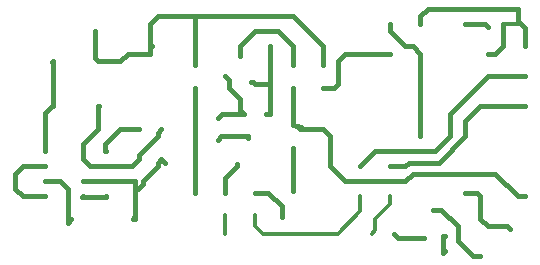
<source format=gbr>
G04 EAGLE Gerber RS-274X export*
G75*
%MOMM*%
%FSLAX34Y34*%
%LPD*%
%INTop Copper*%
%IPPOS*%
%AMOC8*
5,1,8,0,0,1.08239X$1,22.5*%
G01*
%ADD10C,0.406400*%
%ADD11C,0.304800*%


D10*
X44450Y88900D02*
X62900Y88900D01*
X44450Y88900D02*
X38100Y82550D01*
X38100Y69850D01*
X44450Y63500D01*
X62900Y63500D01*
X241300Y66650D02*
X252438Y66650D01*
X263525Y55563D01*
X263525Y46175D01*
X263550Y46150D01*
X215900Y66650D02*
X215900Y79375D01*
X225450Y88925D02*
X225450Y90600D01*
X225450Y88925D02*
X215900Y79375D01*
X142400Y69850D02*
X139700Y69850D01*
X161900Y95250D02*
X165100Y92050D01*
X114900Y76200D02*
X95250Y76200D01*
X158750Y88900D02*
X158750Y92100D01*
X161900Y95250D01*
X139700Y69850D02*
X139700Y46750D01*
X137400Y44450D01*
X139700Y69850D02*
X139700Y76200D01*
X114900Y76200D01*
X146050Y76200D02*
X158750Y88900D01*
X146050Y76200D02*
X146050Y73500D01*
X142400Y69850D01*
X139192Y44450D02*
X137400Y44450D01*
X138684Y43942D02*
X139192Y44450D01*
D11*
X215900Y47650D02*
X215900Y31750D01*
X330200Y50800D02*
X330200Y63500D01*
X330200Y50800D02*
X311150Y31750D01*
X247650Y31750D01*
X241300Y38100D01*
X241300Y47650D01*
D10*
X298450Y155600D02*
X308000Y155600D01*
X311150Y158750D01*
X311150Y177800D01*
X317500Y184150D01*
X355600Y184150D01*
X435610Y209550D02*
X438150Y207010D01*
X435610Y209550D02*
X419100Y209550D01*
X419100Y127000D02*
X419100Y114300D01*
X419100Y127000D02*
X431800Y139700D01*
X469900Y139700D01*
X368300Y88900D02*
X355600Y88900D01*
X368300Y88900D02*
X371475Y92075D01*
X396875Y92075D01*
X419100Y114300D01*
X342900Y101600D02*
X330200Y88900D01*
X342900Y101600D02*
X393700Y101600D01*
X406400Y114300D01*
X406400Y133350D01*
X438150Y165100D01*
X469900Y165100D01*
X273050Y155600D02*
X273050Y123800D01*
X279756Y121920D01*
X304800Y88900D02*
X317500Y76200D01*
X304800Y88900D02*
X304800Y114300D01*
X463550Y63500D02*
X469900Y63500D01*
X463550Y63500D02*
X444500Y82550D01*
D11*
X279400Y120650D02*
X273050Y123800D01*
D10*
X279400Y120650D02*
X298450Y120650D01*
X304800Y114300D01*
X374650Y82550D02*
X444500Y82550D01*
X374650Y82550D02*
X368300Y76200D01*
X317500Y76200D01*
X431800Y50750D02*
X431800Y44450D01*
X438150Y38100D01*
X454500Y38100D01*
X457200Y35400D01*
X431800Y50750D02*
X431800Y63500D01*
X428625Y66675D02*
X419100Y66675D01*
X428625Y66675D02*
X431800Y63500D01*
X273050Y68150D02*
X273050Y104800D01*
X273050Y174600D02*
X273050Y190500D01*
X260350Y203200D01*
X241300Y203200D01*
X228600Y190500D01*
X228600Y182450D01*
X234950Y114300D02*
X234950Y112600D01*
X234950Y114300D02*
X212700Y114300D01*
X209550Y111150D01*
X219100Y161900D02*
X215900Y165100D01*
X212750Y133350D02*
X231800Y133350D01*
X212750Y133350D02*
X209550Y130150D01*
X219100Y155550D02*
X219100Y160450D01*
X219100Y155550D02*
X228600Y146050D01*
X228600Y136550D01*
X231800Y133350D01*
X219100Y160450D02*
X219100Y161900D01*
D11*
X355600Y63500D02*
X355600Y57150D01*
X342900Y44450D01*
X342900Y34900D01*
X339750Y31750D01*
D10*
X142900Y120650D02*
X127000Y120650D01*
X114300Y107950D01*
X114300Y102200D01*
X114900Y101600D01*
X114900Y88900D02*
X136550Y88900D01*
X142900Y95250D01*
X142900Y98450D01*
X158750Y114300D01*
X158750Y117500D01*
X161900Y120650D01*
X114900Y88900D02*
X101600Y88900D01*
X95250Y95250D01*
X107950Y139700D02*
X108900Y139700D01*
X107950Y139700D02*
X107950Y120650D01*
X95250Y107950D01*
X95250Y95250D01*
X114900Y63500D02*
X114646Y63246D01*
X94996Y63246D01*
X190500Y66650D02*
X190500Y88900D01*
X190500Y155600D01*
X95250Y63500D02*
X94996Y63246D01*
X62900Y133700D02*
X68900Y139700D01*
X68900Y176800D02*
X69900Y177800D01*
X69850Y139700D02*
X68900Y139700D01*
X69850Y139700D02*
X69850Y177750D01*
X69900Y177800D01*
X63500Y101600D02*
X62900Y101600D01*
X63500Y101600D02*
X63500Y133100D01*
X62900Y133700D01*
X62900Y76200D02*
X76200Y76200D01*
X82550Y69850D01*
X82550Y40800D01*
X85250Y44450D01*
X105250Y180450D02*
X105250Y203200D01*
X105250Y180450D02*
X107900Y177800D01*
X152400Y189450D02*
X153958Y191008D01*
X190500Y190500D02*
X190500Y174600D01*
X298450Y174600D02*
X298450Y190500D01*
X273050Y215900D01*
X190500Y215900D02*
X158750Y215900D01*
X190500Y215900D02*
X273050Y215900D01*
X158750Y215900D02*
X152400Y209550D01*
X190500Y215900D02*
X190500Y190500D01*
X152400Y189450D02*
X152400Y209550D01*
X127000Y177800D02*
X107900Y177800D01*
X127000Y177800D02*
X133350Y184150D01*
X152400Y184150D01*
X152400Y189450D01*
X250800Y133350D02*
X254000Y133350D01*
X254000Y158750D01*
X239600Y160450D02*
X238100Y160450D01*
X239600Y160450D02*
X241300Y158750D01*
X254000Y158750D01*
X254000Y190500D01*
X381000Y209550D02*
X381000Y215900D01*
X387350Y222250D01*
X463550Y222250D01*
X463550Y212090D01*
X466090Y209550D01*
X469900Y205740D02*
X469900Y190500D01*
X469900Y205740D02*
X466090Y209550D01*
X384175Y28575D02*
X384200Y28550D01*
X384175Y28575D02*
X361925Y28575D01*
X358750Y31750D01*
X392112Y52276D02*
X398574Y52276D01*
X412750Y38100D01*
X412750Y25400D01*
X425450Y12700D01*
X431750Y12700D01*
X431800Y12750D01*
X355600Y203200D02*
X355600Y209550D01*
X381000Y184150D02*
X381000Y114300D01*
X381000Y184150D02*
X374650Y190500D01*
X368300Y190500D01*
X355600Y203200D01*
X401613Y17438D02*
X400050Y15875D01*
X400050Y30276D02*
X401612Y30276D01*
X400050Y30276D02*
X400050Y15875D01*
X438150Y184150D02*
X444500Y184150D01*
X450850Y190500D01*
X450850Y209550D01*
D11*
X463550Y209550D01*
M02*

</source>
